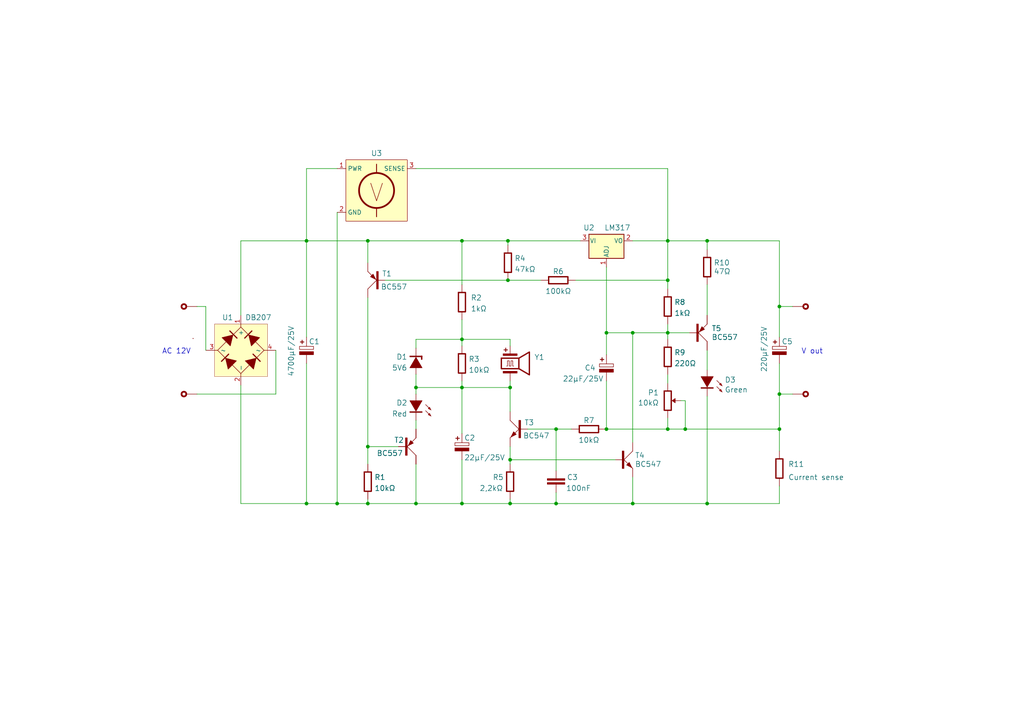
<source format=kicad_sch>
(kicad_sch (version 20211123) (generator eeschema)
  (paper "A4")
  (title_block (title "Zasilacz laboratoryjny (WŚE, W4C15)") (date "2022-12-22") (rev "1.0") (company "Kuba Michalik") (comment 1 "Poprawiony błąd w podłączeniu T4") (comment 2 "Dodany woltomierz cyfrowy") (comment 3 "Tylko jeden opornik current sense (do testów)") (comment 4 "Wersja oryginalna z drobnymi zmianami"))
  (lib_symbols
    (symbol "*Custom_Generic:Buzzer_Piezo_Active" (pin_numbers hide) (pin_names (offset 0) hide)
      (property "Reference" "Y" (at 2.54 4.318 0))
      (property "Value" "Buzzer_Piezo_Active" (at 24.257 -5.207 0))
      (symbol "Buzzer_Piezo_Active_0_0"
        (rectangle (start -2.54 1.524) (end 2.54 -1.524) (stroke (width 0.381)))
        (rectangle (start -2.032 -2.286) (end 2.032 -2.794) (fill (type outline)))
        (rectangle (start -2.032 2.794) (end 2.032 2.286) (fill (type outline)))
      )
      (symbol "Buzzer_Piezo_Active_0_1"
        (polyline (pts (xy -1.778 3.937) (xy -0.762 3.937)) (stroke (width 0.254)))
        (polyline (pts (xy -1.27 4.445) (xy -1.27 3.429)) (stroke (width 0.254)))
        (polyline (pts (xy 2.54 1.524) (xy 5.588 3.302) (xy 5.588 -3.302) (xy 2.54 -1.524)) (stroke (width 0.381)))
        (polyline (pts (xy -1.016 -0.762) (xy -0.762 -0.762) (xy -0.762 0.762) (xy -0.254 0.762) (xy -0.254 -0.762) (xy 0.254 -0.762) (xy 0.254 0.762) (xy 0.762 0.762) (xy 0.762 -0.762) (xy 1.016 -0.762)))
      )
      (symbol "Buzzer_Piezo_Active_1_1"
        (pin passive line (at 0 5.08 270) (length 2.54) (name "1") (number "1"))
        (pin passive line (at 0 -5.08 90) (length 2.54) (name "2") (number "2"))
      )
    )
    (symbol "*Custom_Generic:C" (pin_numbers hide) (pin_names (offset 0.254))
      (property "Reference" "C" (at 2.921 3.048 0))
      (property "Value" "C" (at 2.921 0.635 0))
      (symbol "C_0_1"
        (rectangle (start -2.54 0.381) (end 2.54 -0.127) (fill (type outline)))
        (rectangle (start -2.54 1.524) (end 2.54 1.016) (fill (type outline)))
      )
      (symbol "C_1_1"
        (pin passive line (at 0 3.81 270) (length 2.54) (name "~") (number "1"))
        (pin passive line (at 0 -2.54 90) (length 2.54) (name "~") (number "2"))
      )
    )
    (symbol "*Custom_Generic:C_Polarized" (pin_numbers hide) (pin_names (offset 0.254) hide)
      (property "Reference" "C" (at 0.635 2.54 0))
      (property "Value" "C_Polarized" (at 0.635 -2.54 0))
      (symbol "C_Polarized_0_1"
        (rectangle (start -2.032 -0.381) (end 2.032 -1.27) (fill (type outline)))
        (rectangle (start -2.032 1.143) (end 2.032 0.254))
        (polyline (pts (xy -1.778 2.413) (xy -0.762 2.413)) (stroke (width 0.254)))
        (polyline (pts (xy -1.27 2.921) (xy -1.27 1.905)) (stroke (width 0.254)))
      )
      (symbol "C_Polarized_1_1"
        (pin passive line (at 0 -3.81 90) (length 2.794) (name "-") (number "1"))
        (pin passive line (at 0 3.81 270) (length 2.667) (name "+") (number "2"))
      )
    )
    (symbol "*Custom_Generic:Conn_Point" (pin_numbers hide) (pin_names (offset 1.016) hide)
      (property "Reference" "J" (at 0 2.54 0))
      (property "Value" "Conn_Point" (at 0 -2.54 0))
      (symbol "Conn_Point_0_1"
        (circle (center 0 0) (radius 0.6839) (stroke (width 0.508)))
      )
      (symbol "Conn_Point_1_1"
        (pin passive line (at -3.81 0 0) (length 3.175) (name "Pin_1") (number "1"))
      )
    )
    (symbol "*Custom_Generic:D_zener" (pin_numbers hide) (pin_names (offset 1.016) hide)
      (property "Reference" "D" (at 0.381 2.921 0))
      (property "Value" "D_zener" (at 0.635 -3.048 0))
      (symbol "D_zener_0_1"
        (rectangle (start -1.524 1.778) (end -1.27 -1.778) (fill (type outline)))
        (rectangle (start -1.524 1.778) (end -0.508 1.524) (fill (type outline)))
        (polyline (pts (xy -1.143 0) (xy 1.905 1.778) (xy 1.905 -1.778) (xy -1.143 0)) (fill (type outline)))
      )
      (symbol "D_zener_1_1"
        (pin passive line (at -3.81 0 0) (length 2.54) (name "K") (number "1"))
        (pin passive line (at 3.81 0 180) (length 2.54) (name "A") (number "2"))
      )
    )
    (symbol "*Custom_Generic:LED" (pin_numbers hide) (pin_names (offset 1.016) hide)
      (property "Reference" "D" (at 0 2.921 0))
      (property "Value" "LED" (at 0 5.588 0))
      (symbol "LED_0_1"
        (rectangle (start -1.524 1.778) (end -1.27 -1.778) (fill (type outline)))
        (polyline (pts (xy -1.016 -2.794) (xy -2.159 -3.937)) (stroke (width 0.1524)))
        (polyline (pts (xy 0.762 -2.794) (xy -0.381 -3.937)) (stroke (width 0.1524)))
        (polyline (pts (xy -2.54 -4.318) (xy -1.778 -3.937) (xy -2.159 -3.556) (xy -2.54 -4.318)) (fill (type outline)))
        (polyline (pts (xy -1.143 0) (xy 1.905 1.778) (xy 1.905 -1.778) (xy -1.143 0)) (fill (type outline)))
        (polyline (pts (xy -0.762 -4.318) (xy 0 -3.937) (xy -0.381 -3.556) (xy -0.762 -4.318)) (fill (type outline)))
      )
      (symbol "LED_1_1"
        (pin passive line (at -3.81 0 0) (length 2.54) (name "K") (number "1"))
        (pin passive line (at 3.81 0 180) (length 2.54) (name "A") (number "2"))
      )
    )
    (symbol "*Custom_Generic:NPN_BJT_CBE" (pin_numbers hide) (pin_names (offset 0) hide)
      (property "Reference" "T" (at 3.81 1.27 0))
      (property "Value" "NPN_BJT_CBE" (at 3.81 -1.27 0))
      (symbol "NPN_BJT_CBE_0_1"
        (rectangle (start -0.508 2.54) (end 0 -2.54) (fill (type outline)))
        (rectangle (start 0 -0.254) (end 0 -0.254))
        (polyline (pts (xy 0 0) (xy 2.54 -2.54)))
        (polyline (pts (xy 0 0) (xy 2.54 2.54)))
        (polyline (pts (xy 2.286 -2.286) (xy 1.524 -0.762) (xy 0.762 -1.524) (xy 2.286 -2.286)) (fill (type outline)))
        (rectangle (start 0 1.016) (end 0 1.016))
      )
      (symbol "NPN_BJT_CBE_1_1"
        (pin passive line (at 2.54 5.08 270) (length 2.54) (name "C") (number "1"))
        (pin input line (at -2.54 0 0) (length 2.54) (name "B") (number "2"))
        (pin passive line (at 2.54 -5.08 90) (length 2.54) (name "E") (number "3"))
      )
    )
    (symbol "*Custom_Generic:P" (pin_numbers hide) (pin_names (offset 0) hide)
      (property "Reference" "P" (at 2.413 -2.159 0))
      (property "Value" "P" (at 2.413 2.032 0))
      (symbol "P_0_0"
        (text "" (at 0 3.937 0) (effects (font (size 1.27 1.27))))
      )
      (symbol "P_0_1"
        (rectangle (start -1.016 2.794) (end 1.016 -2.794) (stroke (width 0.381)))
        (polyline (pts (xy 1.27 0) (xy 2.159 0.635) (xy 2.159 -0.635) (xy 1.27 0)) (fill (type outline)))
      )
      (symbol "P_1_1"
        (pin passive line (at 0 5.08 270) (length 2.25) (name "1") (number "1"))
        (pin passive line (at 3.81 0 180) (length 2.25) (name "2") (number "2"))
        (pin passive line (at 0 -5.08 90) (length 2.25) (name "3") (number "3"))
      )
    )
    (symbol "*Custom_Generic:PNP_BJT_BCE" (pin_numbers hide) (pin_names (offset 0) hide)
      (property "Reference" "T" (at 3.81 1.27 0))
      (property "Value" "PNP_BJT_BCE" (at 3.81 -1.27 0))
      (symbol "PNP_BJT_BCE_0_1"
        (rectangle (start -0.508 2.54) (end 0 -2.54) (fill (type outline)))
        (rectangle (start 0 -0.254) (end 0 -0.254))
        (polyline (pts (xy 0 0) (xy 2.54 -2.54)))
        (polyline (pts (xy 0 0) (xy 2.54 2.54)))
        (polyline (pts (xy 0.254 -0.254) (xy 1.016 -1.778) (xy 1.778 -1.016) (xy 0.254 -0.254)) (fill (type outline)))
        (rectangle (start 0 1.016) (end 0 1.016))
      )
      (symbol "PNP_BJT_BCE_1_1"
        (pin input line (at -2.54 0 0) (length 2.54) (name "B") (number "1"))
        (pin passive line (at 2.54 5.08 270) (length 2.54) (name "C") (number "2"))
        (pin passive line (at 2.54 -5.08 90) (length 2.54) (name "E") (number "3"))
      )
    )
    (symbol "*Custom_Generic:R" (pin_numbers hide) (pin_names (offset 0))
      (property "Reference" "R" (at 2.413 0 90))
      (property "Value" "R" (at -2.286 0 90))
      (symbol "R_0_1"
        (rectangle (start -1.016 2.794) (end 1.016 -2.794) (stroke (width 0.381)))
      )
      (symbol "R_1_1"
        (pin passive line (at 0 5.08 270) (length 2.25) (name "~") (number "1"))
        (pin passive line (at 0 -5.08 90) (length 2.25) (name "~") (number "2"))
      )
    )
    (symbol "*Custom_Generic:Voltmeter_digital"
      (property "Reference" "U" (at 10.541 1.651 0))
      (property "Value" "Voltmeter_digital" (at 19.685 -2.159 0))
      (symbol "Voltmeter_digital_0_0"
        (text "V" (at 0 -0.635 0) (effects (font (size 5.08 5.08))))
      )
      (symbol "Voltmeter_digital_0_1"
        (rectangle (start -8.89 8.89) (end 8.89 -8.89) (fill (type background)))
        (polyline (pts (xy 0 -7.62) (xy 0 -5.08)) (stroke (width 0.254)))
        (polyline (pts (xy 0 7.62) (xy 0 5.08)) (stroke (width 0.254)))
        (circle (center 0 0) (radius 5.0816) (stroke (width 0.508)))
      )
      (symbol "Voltmeter_digital_1_1"
        (pin passive line (at -11.43 6.35 0) (length 2.54) (name "PWR") (number "1"))
        (pin passive line (at -11.43 -6.35 0) (length 2.54) (name "GND") (number "2"))
        (pin passive line (at 11.43 6.35 180) (length 2.54) (name "SENSE") (number "3"))
      )
    )
    (symbol "Custom_Generic:D_bridge" (pin_names (offset 0.762))
      (property "Reference" "U" (at 3.048 10.16 0))
      (property "Value" "D_bridge" (at -7.239 10.16 0))
      (symbol "D_bridge_0_1"
        (rectangle (start -13.843 3.429) (end -13.843 3.429))
        (rectangle (start -13.843 3.429) (end -13.843 3.429))
        (rectangle (start -13.843 3.429) (end -13.843 3.429))
        (rectangle (start -13.843 3.429) (end -13.843 3.429))
        (rectangle (start -13.843 3.429) (end -13.843 3.429))
        (rectangle (start -7.62 7.62) (end 7.747 -7.62) (stroke (width 0.0508)) (fill (type background)))
        (polyline (pts (xy -6.731 0) (xy 0 -6.731)))
        (polyline (pts (xy 0 6.731) (xy -6.731 0)))
        (polyline (pts (xy 0 6.731) (xy 6.731 0)))
        (polyline (pts (xy 6.731 0) (xy 0 -6.731)))
        (polyline (pts (xy -4.445 -2.286) (xy -1.27 -3.048) (xy -3.683 -5.461) (xy -4.445 -2.286)) (fill (type outline)))
        (polyline (pts (xy -2.286 4.445) (xy -3.048 1.27) (xy -5.461 3.683) (xy -2.286 4.445)) (fill (type outline)))
        (polyline (pts (xy 2.286 4.445) (xy 5.461 3.683) (xy 3.048 1.27) (xy 2.286 4.445)) (fill (type outline)))
        (polyline (pts (xy 4.445 -2.286) (xy 3.683 -5.461) (xy 1.27 -3.048) (xy 4.445 -2.286)) (fill (type outline)))
        (polyline (pts (xy -3.556 -1.016) (xy -5.715 -3.175) (xy -5.588 -3.302) (xy -3.429 -1.143) (xy -3.556 -1.016)) (fill (type outline)))
        (polyline (pts (xy -1.016 3.556) (xy -3.175 5.715) (xy -3.302 5.588) (xy -1.143 3.429) (xy -1.016 3.556)) (fill (type outline)))
        (polyline (pts (xy 3.175 5.715) (xy 1.016 3.556) (xy 1.143 3.429) (xy 3.302 5.588) (xy 3.175 5.715)) (fill (type outline)))
        (polyline (pts (xy 5.715 -3.175) (xy 3.556 -1.016) (xy 3.429 -1.143) (xy 5.588 -3.302) (xy 5.715 -3.175)) (fill (type outline)))
      )
      (symbol "D_bridge_1_1"
        (pin passive line (at 0 10.16 270) (length 3.429) (name "+") (number "1"))
        (pin passive line (at 0 -10.16 90) (length 3.429) (name "−") (number "2"))
        (pin passive line (at -10.16 0 0) (length 3.429) (name "∼") (number "3"))
        (pin passive line (at 10.16 0 180) (length 3.429) (name "∼") (number "4"))
      )
    )
    (symbol "Regulator_Linear:LM317_TO-220" (pin_names (offset 0.254))
      (property "Reference" "U" (at -3.81 3.175 0))
      (property "Value" "LM317_TO-220" (at 0 3.175 0))
      (symbol "LM317_TO-220_0_1"
        (rectangle (start -5.08 1.905) (end 5.08 -5.08) (stroke (width 0.254)) (fill (type background)))
      )
      (symbol "LM317_TO-220_1_1"
        (pin input line (at 0 -7.62 90) (length 2.54) (name "ADJ") (number "1"))
        (pin power_out line (at 7.62 0 180) (length 2.54) (name "VO") (number "2"))
        (pin power_in line (at -7.62 0 0) (length 2.54) (name "VI") (number "3"))
      )
    )
  )
  (junction (at 147.955 112.395))
  (junction (at 183.515 146.05))
  (junction (at 175.895 124.46))
  (junction (at 205.105 146.05))
  (junction (at 147.32 69.85))
  (junction (at 226.06 124.46))
  (junction (at 175.895 96.52))
  (junction (at 133.985 112.395))
  (junction (at 161.29 124.46))
  (junction (at 106.68 129.54))
  (junction (at 120.65 112.395))
  (junction (at 133.985 98.425))
  (junction (at 88.9 69.85))
  (junction (at 183.515 96.52))
  (junction (at 106.68 69.85))
  (junction (at 193.675 69.85))
  (junction (at 106.68 146.05))
  (junction (at 226.06 88.9))
  (junction (at 193.675 96.52))
  (junction (at 147.955 146.05))
  (junction (at 147.955 133.35))
  (junction (at 133.985 69.85))
  (junction (at 205.105 69.85))
  (junction (at 193.675 124.46))
  (junction (at 193.675 81.28))
  (junction (at 88.9 146.05))
  (junction (at 97.79 146.05))
  (junction (at 147.32 81.28))
  (junction (at 120.65 146.05))
  (junction (at 226.06 114.3))
  (junction (at 133.985 146.05))
  (junction (at 161.29 146.05))
  (junction (at 198.755 124.46))
  (wire (pts (xy 88.9 146.05) (xy 97.79 146.05)))
  (wire (pts (xy 88.9 105.41) (xy 88.9 146.05)))
  (wire (pts (xy 133.985 110.49) (xy 133.985 112.395)))
  (wire (pts (xy 226.06 88.9) (xy 226.06 97.79)))
  (wire (pts (xy 133.985 92.71) (xy 133.985 98.425)))
  (wire (pts (xy 183.515 96.52) (xy 193.675 96.52)))
  (wire (pts (xy 167.005 81.28) (xy 193.675 81.28)))
  (wire (pts (xy 120.65 98.425) (xy 133.985 98.425)))
  (wire (pts (xy 175.895 124.46) (xy 193.675 124.46)))
  (wire (pts (xy 133.985 146.05) (xy 147.955 146.05)))
  (wire (pts (xy 133.985 146.05) (xy 120.65 146.05)))
  (wire (pts (xy 120.65 134.62) (xy 120.65 146.05)))
  (wire (pts (xy 133.985 100.33) (xy 133.985 98.425)))
  (wire (pts (xy 193.675 93.98) (xy 193.675 96.52)))
  (wire (pts (xy 193.675 96.52) (xy 200.025 96.52)))
  (wire (pts (xy 133.985 69.85) (xy 133.985 82.55)))
  (wire (pts (xy 133.985 69.85) (xy 147.32 69.85)))
  (wire (pts (xy 120.65 48.895) (xy 193.675 48.895)))
  (wire (pts (xy 175.895 96.52) (xy 183.515 96.52)))
  (wire (pts (xy 183.515 146.05) (xy 205.105 146.05)))
  (wire (pts (xy 133.985 112.395) (xy 120.65 112.395)))
  (wire (pts (xy 153.035 124.46) (xy 161.29 124.46)))
  (wire (pts (xy 147.32 81.28) (xy 156.845 81.28)))
  (wire (pts (xy 106.68 69.85) (xy 106.68 76.2)))
  (wire (pts (xy 193.675 81.28) (xy 193.675 83.82)))
  (wire (pts (xy 175.895 77.47) (xy 175.895 96.52)))
  (wire (pts (xy 97.79 146.05) (xy 106.68 146.05)))
  (wire (pts (xy 198.755 116.205) (xy 198.755 124.46)))
  (wire (pts (xy 161.29 142.875) (xy 161.29 146.05)))
  (wire (pts (xy 120.65 100.965) (xy 120.65 98.425)))
  (wire (pts (xy 147.955 112.395) (xy 147.955 119.38)))
  (wire (pts (xy 183.515 146.05) (xy 161.29 146.05)))
  (wire (pts (xy 133.985 98.425) (xy 147.955 98.425)))
  (wire (pts (xy 97.79 61.595) (xy 97.79 146.05)))
  (wire (pts (xy 226.06 124.46) (xy 226.06 130.81)))
  (wire (pts (xy 147.955 129.54) (xy 147.955 133.35)))
  (wire (pts (xy 106.68 129.54) (xy 115.57 129.54)))
  (wire (pts (xy 147.32 69.85) (xy 168.275 69.85)))
  (wire (pts (xy 106.68 129.54) (xy 106.68 134.62)))
  (wire (pts (xy 88.9 69.85) (xy 88.9 97.79)))
  (wire (pts (xy 183.515 96.52) (xy 183.515 128.27)))
  (wire (pts (xy 226.06 105.41) (xy 226.06 114.3)))
  (wire (pts (xy 193.675 108.585) (xy 193.675 111.125)))
  (wire (pts (xy 120.65 121.92) (xy 120.65 124.46)))
  (wire (pts (xy 133.985 112.395) (xy 147.955 112.395)))
  (wire (pts (xy 205.105 69.85) (xy 193.675 69.85)))
  (wire (pts (xy 193.675 69.85) (xy 193.675 81.28)))
  (wire (pts (xy 59.69 88.9) (xy 59.69 101.6)))
  (wire (pts (xy 57.15 88.9) (xy 59.69 88.9)))
  (wire (pts (xy 205.105 69.85) (xy 226.06 69.85)))
  (wire (pts (xy 88.9 69.85) (xy 106.68 69.85)))
  (wire (pts (xy 229.87 114.3) (xy 226.06 114.3)))
  (wire (pts (xy 183.515 69.85) (xy 193.675 69.85)))
  (wire (pts (xy 161.29 124.46) (xy 165.735 124.46)))
  (wire (pts (xy 80.01 114.3) (xy 80.01 101.6)))
  (wire (pts (xy 133.985 125.73) (xy 133.985 112.395)))
  (wire (pts (xy 147.32 71.12) (xy 147.32 69.85)))
  (wire (pts (xy 147.955 98.425) (xy 147.955 100.33)))
  (wire (pts (xy 205.105 72.39) (xy 205.105 69.85)))
  (wire (pts (xy 205.105 114.935) (xy 205.105 146.05)))
  (wire (pts (xy 147.955 133.35) (xy 147.955 134.62)))
  (wire (pts (xy 120.65 108.585) (xy 120.65 112.395)))
  (wire (pts (xy 205.105 82.55) (xy 205.105 91.44)))
  (wire (pts (xy 133.985 133.35) (xy 133.985 146.05)))
  (wire (pts (xy 97.79 48.895) (xy 88.9 48.895)))
  (wire (pts (xy 183.515 138.43) (xy 183.515 146.05)))
  (wire (pts (xy 175.895 110.49) (xy 175.895 124.46)))
  (wire (pts (xy 161.29 124.46) (xy 161.29 136.525)))
  (wire (pts (xy 226.06 88.9) (xy 229.87 88.9)))
  (wire (pts (xy 111.76 81.28) (xy 147.32 81.28)))
  (wire (pts (xy 193.675 121.285) (xy 193.675 124.46)))
  (wire (pts (xy 69.85 146.05) (xy 69.85 111.76)))
  (wire (pts (xy 198.755 124.46) (xy 226.06 124.46)))
  (wire (pts (xy 147.955 144.78) (xy 147.955 146.05)))
  (wire (pts (xy 205.105 101.6) (xy 205.105 107.315)))
  (wire (pts (xy 226.06 140.97) (xy 226.06 146.05)))
  (wire (pts (xy 147.955 133.35) (xy 178.435 133.35)))
  (wire (pts (xy 88.9 48.895) (xy 88.9 69.85)))
  (wire (pts (xy 120.65 112.395) (xy 120.65 114.3)))
  (wire (pts (xy 226.06 88.9) (xy 226.06 69.85)))
  (wire (pts (xy 57.15 114.3) (xy 80.01 114.3)))
  (wire (pts (xy 193.675 96.52) (xy 193.675 98.425)))
  (wire (pts (xy 88.9 146.05) (xy 69.85 146.05)))
  (wire (pts (xy 69.85 69.85) (xy 88.9 69.85)))
  (wire (pts (xy 106.68 69.85) (xy 133.985 69.85)))
  (wire (pts (xy 106.68 146.05) (xy 120.65 146.05)))
  (wire (pts (xy 193.675 48.895) (xy 193.675 69.85)))
  (wire (pts (xy 147.955 112.395) (xy 147.955 110.49)))
  (wire (pts (xy 198.755 124.46) (xy 193.675 124.46)))
  (wire (pts (xy 197.485 116.205) (xy 198.755 116.205)))
  (wire (pts (xy 226.06 124.46) (xy 226.06 114.3)))
  (wire (pts (xy 69.85 91.44) (xy 69.85 69.85)))
  (wire (pts (xy 226.06 146.05) (xy 205.105 146.05)))
  (wire (pts (xy 106.68 86.36) (xy 106.68 129.54)))
  (wire (pts (xy 147.955 146.05) (xy 161.29 146.05)))
  (wire (pts (xy 175.895 96.52) (xy 175.895 102.87)))
  (wire (pts (xy 106.68 144.78) (xy 106.68 146.05)))
  (text "V out" (at 232.41 102.87 0) (effects (font (size 1.524 1.524)) (justify left bottom)))
  (text "AC 12V" (at 46.99 102.87 0) (effects (font (size 1.524 1.524)) (justify left bottom)))
  (symbol (lib_id "*Custom_Generic:C_Polarized") (at 88.9 101.6 0) (unit 1)
    (property "Reference" "C1" (at 89.535 99.06 0) (effects (font (size 1.524 1.524)) (justify left)))
    (property "Value" "4700μF{slash}25V" (at 84.455 109.22 90) (effects (font (size 1.524 1.524)) (justify left)))
  )
  (symbol (lib_id "*Custom_Generic:C_Polarized") (at 133.985 129.54 0) (unit 1)
    (property "Reference" "C2" (at 134.62 127 0) (effects (font (size 1.524 1.524)) (justify left)))
    (property "Value" "22μF{slash}25V" (at 134.62 132.715 0) (effects (font (size 1.524 1.524)) (justify left)))
  )
  (symbol (lib_id "*Custom_Generic:R") (at 205.105 77.47 0) (unit 1)
    (property "Reference" "R10" (at 207.01 76.2 0) (effects (font (size 1.524 1.524)) (justify left)))
    (property "Value" "47Ω" (at 207.01 78.74 0) (effects (font (size 1.524 1.524)) (justify left)))
  )
  (symbol (lib_id "*Custom_Generic:C") (at 161.29 140.335 0) (unit 1)
    (property "Reference" "C3" (at 167.64 138.43 0) (effects (font (size 1.524 1.524)) (justify right)))
    (property "Value" "100nF" (at 171.45 141.605 0) (effects (font (size 1.524 1.524)) (justify right)))
  )
  (symbol (lib_id "*Custom_Generic:Conn_Point") (at 233.68 114.3 0) (unit 1)
    (property "Reference" "J4" (effects hide))
    (property "Value" "Conn_Point" (effects hide))
  )
  (symbol (lib_id "*Custom_Generic:P") (at 193.675 116.205 0) (unit 1)
    (property "Reference" "P1" (at 191.135 113.888 0) (effects (font (size 1.524 1.524)) (justify right)))
    (property "Value" "10kΩ" (at 191.135 116.84 0) (effects (font (size 1.524 1.524)) (justify right)))
  )
  (symbol (lib_id "Regulator_Linear:LM317_TO-220") (at 175.895 69.85 0) (unit 1)
    (property "Reference" "U2" (at 170.815 66.04 0) (effects (font (size 1.524 1.524))))
    (property "Value" "LM317" (at 179.07 66.04 0) (effects (font (size 1.524 1.524))))
    (property "Footprint" "Package_TO_SOT_THT:TO-220-3_Vertical" (effects hide))
    (property "Datasheet" "http://www.ti.com/lit/ds/symlink/lm317.pdf" (effects hide))
  )
  (symbol (lib_id "*Custom_Generic:LED") (at 205.105 111.125 90) (unit 1)
    (property "Reference" "D3" (at 210.185 110.1725 90) (effects (font (size 1.524 1.524)) (justify right)))
    (property "Value" "Green" (at 210.185 113.03 90) (effects (font (size 1.524 1.524)) (justify right)))
  )
  (symbol (lib_id "*Custom_Generic:R") (at 226.06 135.89 0) (unit 1)
    (property "Reference" "R11" (at 228.6 134.62 0) (effects (font (size 1.524 1.524)) (justify left)))
    (property "Value" "Current sense" (at 228.6 138.43 0) (effects (font (size 1.524 1.524)) (justify left)))
  )
  (symbol (lib_id "*Custom_Generic:R") (at 161.925 81.28 90) (unit 1)
    (property "Reference" "R6" (at 161.925 78.74 90) (effects (font (size 1.524 1.524))))
    (property "Value" "100kΩ" (at 161.925 84.455 90) (effects (font (size 1.524 1.524))))
  )
  (symbol (lib_id "*Custom_Generic:Conn_Point") (at 233.68 88.9 0) (unit 1)
    (property "Reference" "J3" (effects hide))
    (property "Value" "Conn_Point" (effects hide))
  )
  (symbol (lib_id "*Custom_Generic:Conn_Point") (at 53.34 114.3 180) (unit 1)
    (property "Reference" "J2" (effects hide))
    (property "Value" "Conn_Point" (effects hide))
  )
  (symbol (lib_id "*Custom_Generic:R") (at 106.68 139.7 0) (unit 1)
    (property "Reference" "R1" (at 108.585 138.43 0) (effects (font (size 1.524 1.524)) (justify left)))
    (property "Value" "10kΩ" (at 108.585 141.605 0) (effects (font (size 1.524 1.524)) (justify left)))
  )
  (symbol (lib_id "*Custom_Generic:NPN_BJT_CBE") (at 180.975 133.35 0) (unit 1)
    (property "Reference" "T4" (at 184.15 132.08 0) (effects (font (size 1.524 1.524)) (justify left)))
    (property "Value" "BC547" (at 184.15 134.62 0) (effects (font (size 1.524 1.524)) (justify left)))
  )
  (symbol (lib_id "*Custom_Generic:R") (at 133.985 87.63 0) (unit 1)
    (property "Reference" "R2" (at 136.525 86.36 0) (effects (font (size 1.524 1.524)) (justify left)))
    (property "Value" "1kΩ" (at 136.525 89.535 0) (effects (font (size 1.524 1.524)) (justify left)))
  )
  (symbol (lib_id "*Custom_Generic:PNP_BJT_BCE") (at 109.22 81.28 180) (unit 1)
    (property "Reference" "T1" (at 113.665 79.375 0) (effects (font (size 1.524 1.524)) (justify left)))
    (property "Value" "BC557" (at 118.11 83.185 0) (effects (font (size 1.524 1.524)) (justify left)))
  )
  (symbol (lib_id "*Custom_Generic:LED") (at 120.65 118.11 90) (unit 1)
    (property "Reference" "D2" (at 114.935 116.84 90) (effects (font (size 1.524 1.524)) (justify right)))
    (property "Value" "Red" (at 113.665 120.015 90) (effects (font (size 1.524 1.524)) (justify right)))
  )
  (symbol (lib_id "*Custom_Generic:Conn_Point") (at 53.34 88.9 180) (unit 1)
    (property "Reference" "J1" (effects hide))
    (property "Value" "Conn_Point" (effects hide))
  )
  (symbol (lib_id "*Custom_Generic:NPN_BJT_CBE") (at 150.495 124.46 0) (mirror y) (unit 1)
    (property "Reference" "T3" (at 154.94 122.555 0) (effects (font (size 1.524 1.524)) (justify left)))
    (property "Value" "BC547" (at 159.385 126.365 0) (effects (font (size 1.524 1.524)) (justify left)))
  )
  (symbol (lib_id "*Custom_Generic:R") (at 147.32 76.2 0) (unit 1)
    (property "Reference" "R4" (at 149.225 74.93 0) (effects (font (size 1.524 1.524)) (justify left)))
    (property "Value" "47kΩ" (at 149.225 78.105 0) (effects (font (size 1.524 1.524)) (justify left)))
  )
  (symbol (lib_id "Custom_Generic:D_bridge") (at 69.85 101.6 0) (unit 1)
    (property "Reference" "U1" (at 66.04 92.075 0) (effects (font (size 1.524 1.524))))
    (property "Value" "DB207" (at 74.93 92.075 0) (effects (font (size 1.524 1.524))))
  )
  (symbol (lib_id "*Custom_Generic:R") (at 193.675 88.9 0) (unit 1)
    (property "Reference" "R8" (at 195.58 87.63 0) (effects (font (size 1.524 1.524)) (justify left)))
    (property "Value" "1kΩ" (at 195.58 90.805 0) (effects (font (size 1.524 1.524)) (justify left)))
  )
  (symbol (lib_id "*Custom_Generic:PNP_BJT_BCE") (at 202.565 96.52 0) (mirror x) (unit 1)
    (property "Reference" "T5" (at 206.375 95.25 0) (effects (font (size 1.524 1.524)) (justify left)))
    (property "Value" "BC557" (at 206.375 97.79 0) (effects (font (size 1.524 1.524)) (justify left)))
  )
  (symbol (lib_id "*Custom_Generic:C_Polarized") (at 226.06 101.6 0) (unit 1)
    (property "Reference" "C5" (at 226.695 99.06 0) (effects (font (size 1.524 1.524)) (justify left)))
    (property "Value" "220μF{slash}25V" (at 221.615 107.95 90) (effects (font (size 1.524 1.524)) (justify left)))
  )
  (symbol (lib_id "*Custom_Generic:R") (at 133.985 105.41 0) (unit 1)
    (property "Reference" "R3" (at 135.89 104.14 0) (effects (font (size 1.524 1.524)) (justify left)))
    (property "Value" "10kΩ" (at 135.89 107.315 0) (effects (font (size 1.524 1.524)) (justify left)))
  )
  (symbol (lib_id "*Custom_Generic:R") (at 147.955 139.7 0) (unit 1)
    (property "Reference" "R5" (at 142.875 138.43 0) (effects (font (size 1.524 1.524)) (justify left)))
    (property "Value" "2,2kΩ" (at 139.065 141.605 0) (effects (font (size 1.524 1.524)) (justify left)))
  )
  (symbol (lib_id "*Custom_Generic:Voltmeter_digital") (at 109.22 55.245 0) (unit 1)
    (property "Reference" "U3" (at 109.22 44.45 0) (effects (font (size 1.524 1.524))))
    (property "Value" "Voltmeter_digital" (effects hide))
  )
  (symbol (lib_id "*Custom_Generic:PNP_BJT_BCE") (at 118.11 129.54 0) (mirror x) (unit 1)
    (property "Reference" "T2" (at 114.3 127.635 0) (effects (font (size 1.524 1.524)) (justify left)))
    (property "Value" "BC557" (at 109.22 131.445 0) (effects (font (size 1.524 1.524)) (justify left)))
  )
  (symbol (lib_id "*Custom_Generic:R") (at 193.675 103.505 0) (unit 1)
    (property "Reference" "R9" (at 195.58 102.235 0) (effects (font (size 1.524 1.524)) (justify left)))
    (property "Value" "220Ω" (at 195.58 105.41 0) (effects (font (size 1.524 1.524)) (justify left)))
  )
  (symbol (lib_id "*Custom_Generic:D_zener") (at 120.65 104.775 270) (unit 1)
    (property "Reference" "D1" (at 114.935 103.505 90) (effects (font (size 1.524 1.524)) (justify left)))
    (property "Value" "5V6" (at 113.665 106.68 90) (effects (font (size 1.524 1.524)) (justify left)))
  )
  (symbol (lib_id "*Custom_Generic:C_Polarized") (at 175.895 106.68 0) (unit 1)
    (property "Reference" "C4" (at 169.545 106.68 0) (effects (font (size 1.524 1.524)) (justify left)))
    (property "Value" "22μF{slash}25V" (at 163.195 109.855 0) (effects (font (size 1.524 1.524)) (justify left)))
  )
  (symbol (lib_id "*Custom_Generic:Buzzer_Piezo_Active") (at 147.955 105.41 0) (unit 1)
    (property "Reference" "Y1" (at 154.94 103.6002 0) (effects (font (size 1.524 1.524)) (justify left)))
    (property "Value" "Buzzer_Piezo_Active" (effects hide))
  )
  (symbol (lib_id "*Custom_Generic:R") (at 170.815 124.46 90) (unit 1)
    (property "Reference" "R7" (at 170.815 121.92 90) (effects (font (size 1.524 1.524))))
    (property "Value" "10kΩ" (at 170.815 127.635 90) (effects (font (size 1.524 1.524))))
  )
)
</source>
